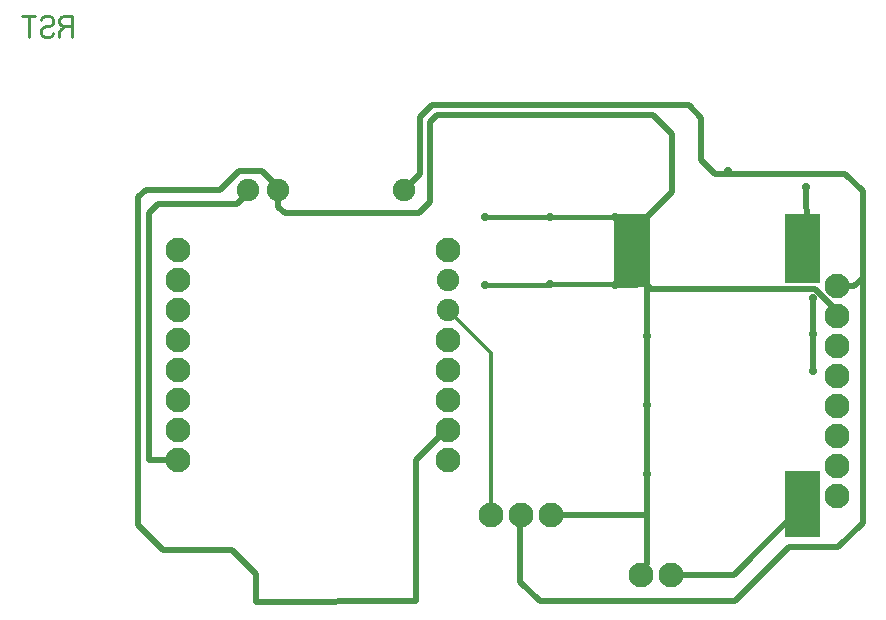
<source format=gbr>
%FSLAX34Y34*%
%MOMM*%
%LNCOPPER_BOTTOM*%
G71*
G01*
%ADD10C,0.222*%
%ADD11C,2.100*%
%ADD12C,1.900*%
%ADD13C,0.500*%
%ADD14C,0.700*%
%ADD15C,1.520*%
%ADD16C,0.400*%
%ADD17C,0.300*%
%LPD*%
G54D10*
X-55333Y493890D02*
X-59333Y491668D01*
X-60667Y489445D01*
X-60667Y485001D01*
G54D10*
X-50000Y485001D02*
X-50000Y502779D01*
X-56667Y502779D01*
X-59333Y501668D01*
X-60667Y499445D01*
X-60667Y497223D01*
X-59333Y495001D01*
X-56667Y493890D01*
X-50000Y493890D01*
G54D10*
X-65556Y488334D02*
X-66889Y486112D01*
X-69556Y485001D01*
X-72223Y485001D01*
X-74889Y486112D01*
X-76223Y488334D01*
X-76223Y490557D01*
X-74889Y492779D01*
X-72223Y493890D01*
X-69556Y493890D01*
X-66889Y495001D01*
X-65556Y497223D01*
X-65556Y499445D01*
X-66889Y501668D01*
X-69556Y502779D01*
X-72223Y502779D01*
X-74889Y501668D01*
X-76223Y499445D01*
G54D10*
X-86445Y485001D02*
X-86445Y502779D01*
G54D10*
X-81112Y502779D02*
X-91779Y502779D01*
X39850Y304650D02*
G54D11*
D03*
X39850Y279250D02*
G54D11*
D03*
X39850Y253850D02*
G54D11*
D03*
X39850Y228450D02*
G54D11*
D03*
X39850Y203050D02*
G54D11*
D03*
X39850Y177650D02*
G54D11*
D03*
X39850Y152250D02*
G54D11*
D03*
X39850Y126850D02*
G54D11*
D03*
X268450Y304650D02*
G54D11*
D03*
X268450Y279250D02*
G54D12*
D03*
X268450Y253850D02*
G54D12*
D03*
X268450Y228450D02*
G54D11*
D03*
X268450Y203050D02*
G54D11*
D03*
X268450Y177650D02*
G54D11*
D03*
X268450Y152250D02*
G54D11*
D03*
X268450Y126850D02*
G54D11*
D03*
X125016Y355600D02*
G54D12*
D03*
X231378Y355600D02*
G54D12*
D03*
G54D13*
X231378Y355600D02*
X244872Y369094D01*
X244872Y417513D01*
X254794Y427434D01*
X472281Y427434D01*
X482997Y416719D01*
X482997Y381000D01*
X494903Y369094D01*
G54D13*
X127000Y355600D02*
X111125Y371475D01*
X91281Y371475D01*
X75406Y355600D01*
X12700Y355600D01*
X6350Y349250D01*
X6350Y71450D01*
X27150Y50650D01*
X85875Y50650D01*
X106362Y30163D01*
X106362Y6350D01*
X241300Y7144D01*
G54D13*
X268450Y152250D02*
X266700Y152400D01*
X241300Y127000D01*
X241300Y7144D01*
G36*
X409259Y306306D02*
X439259Y306306D01*
X439259Y276306D01*
X409259Y276306D01*
X409259Y306306D01*
G37*
G36*
X553722Y306306D02*
X583722Y306306D01*
X583722Y276306D01*
X553722Y276306D01*
X553722Y306306D01*
G37*
G36*
X553722Y91994D02*
X583722Y91994D01*
X583722Y61994D01*
X553722Y61994D01*
X553722Y91994D01*
G37*
G36*
X409259Y334881D02*
X439259Y334881D01*
X439259Y304881D01*
X409259Y304881D01*
X409259Y334881D01*
G37*
G36*
X553722Y334881D02*
X583722Y334881D01*
X583722Y304881D01*
X553722Y304881D01*
X553722Y334881D01*
G37*
G54D13*
X39850Y126850D02*
X15081Y127000D01*
X15081Y335756D01*
X23019Y343694D01*
X89694Y343694D01*
X101600Y355600D01*
X571897Y357981D02*
G54D14*
D03*
G54D13*
X494903Y369094D02*
X604838Y369094D01*
X619522Y354409D01*
X598091Y96044D02*
G54D11*
D03*
X598091Y121444D02*
G54D11*
D03*
X598091Y146844D02*
G54D11*
D03*
X598091Y172244D02*
G54D11*
D03*
X598091Y197644D02*
G54D11*
D03*
X598091Y223044D02*
G54D11*
D03*
X598091Y248444D02*
G54D11*
D03*
X598091Y273844D02*
G54D11*
D03*
G54D13*
X424259Y288330D02*
X437356Y274241D01*
X437301Y232013D01*
X437301Y173673D01*
X437301Y115332D01*
X437356Y39291D01*
X432197Y29766D01*
G54D13*
X619522Y354409D02*
X619522Y280987D01*
X612378Y273843D01*
X598091Y273843D01*
G54D13*
X571897Y357981D02*
X572294Y321072D01*
X571103Y319881D01*
G54D13*
X570309Y89297D02*
X510778Y29766D01*
X457597Y29766D01*
G36*
X553722Y117394D02*
X583722Y117394D01*
X583722Y87394D01*
X553722Y87394D01*
X553722Y117394D01*
G37*
X99616Y355600D02*
G54D12*
D03*
X457597Y29766D02*
G54D11*
D03*
G36*
X47450Y312250D02*
X47450Y297050D01*
X32250Y297050D01*
X32250Y312250D01*
X47450Y312250D01*
G37*
X39850Y279250D02*
G54D15*
D03*
X39850Y253850D02*
G54D15*
D03*
X39850Y228450D02*
G54D15*
D03*
X39850Y203050D02*
G54D15*
D03*
X39850Y177650D02*
G54D15*
D03*
X39850Y152250D02*
G54D15*
D03*
X39850Y126850D02*
G54D15*
D03*
G36*
X276050Y312250D02*
X276050Y297050D01*
X260850Y297050D01*
X260850Y312250D01*
X276050Y312250D01*
G37*
X268450Y279250D02*
G54D15*
D03*
X268450Y253850D02*
G54D15*
D03*
X268450Y228450D02*
G54D15*
D03*
X268450Y203050D02*
G54D15*
D03*
X268450Y177650D02*
G54D15*
D03*
X268450Y152250D02*
G54D15*
D03*
X268450Y126850D02*
G54D15*
D03*
X39850Y279250D02*
G54D14*
D03*
G36*
X605691Y281443D02*
X605691Y266243D01*
X590491Y266243D01*
X590491Y281443D01*
X605691Y281443D01*
G37*
X598091Y248444D02*
G54D15*
D03*
X598091Y223044D02*
G54D15*
D03*
X598091Y197644D02*
G54D15*
D03*
X598091Y172244D02*
G54D15*
D03*
X598091Y146844D02*
G54D15*
D03*
X598091Y121444D02*
G54D15*
D03*
X598091Y96044D02*
G54D15*
D03*
X505619Y371078D02*
G54D14*
D03*
G54D13*
X125016Y355600D02*
X125016Y341313D01*
X130572Y335756D01*
X244078Y335756D01*
X253206Y344884D01*
X253206Y413147D01*
X259159Y419100D01*
G54D13*
X259159Y419100D02*
X442119Y419100D01*
X457994Y403225D01*
X457994Y353616D01*
X424259Y319881D01*
X300038Y275109D02*
G54D14*
D03*
X354666Y275745D02*
G54D14*
D03*
X409832Y275348D02*
G54D14*
D03*
G54D16*
X300038Y275109D02*
X354030Y275109D01*
X354666Y275745D01*
X409435Y275745D01*
X409832Y275348D01*
X427748Y275348D01*
X428228Y275828D01*
X598091Y223044D02*
G54D11*
D03*
G36*
X409259Y303330D02*
X439259Y303330D01*
X439259Y273330D01*
X409259Y273330D01*
X409259Y303330D01*
G37*
X432197Y29766D02*
G54D11*
D03*
G54D16*
X298450Y332259D02*
X352443Y332259D01*
X353079Y332895D01*
X407848Y332895D01*
X408244Y332498D01*
X426161Y332498D01*
X426641Y332978D01*
X300038Y332581D02*
G54D14*
D03*
X354666Y332423D02*
G54D14*
D03*
X409832Y332423D02*
G54D14*
D03*
X437301Y232013D02*
G54D14*
D03*
X437301Y173673D02*
G54D14*
D03*
X437301Y115332D02*
G54D14*
D03*
X577350Y202306D02*
G54D14*
D03*
X577350Y233262D02*
G54D14*
D03*
X577350Y263821D02*
G54D14*
D03*
G54D13*
X577350Y263821D02*
X577350Y233262D01*
X577350Y202306D01*
X305197Y80566D02*
G54D11*
D03*
X330597Y80566D02*
G54D11*
D03*
X355997Y80566D02*
G54D11*
D03*
G54D13*
X355997Y80566D02*
X436666Y80566D01*
X437301Y81201D01*
G54D13*
X619522Y280987D02*
X619522Y73422D01*
X598884Y52784D01*
X557212Y52784D01*
X511572Y7144D01*
X346075Y7144D01*
X329803Y23416D01*
X329803Y79772D01*
X330597Y80566D01*
G54D17*
X305197Y80566D02*
X305197Y217103D01*
X268450Y253850D01*
G54D13*
X598091Y248443D02*
X598091Y253206D01*
X579438Y271859D01*
X440730Y271859D01*
X424259Y288330D01*
M02*

</source>
